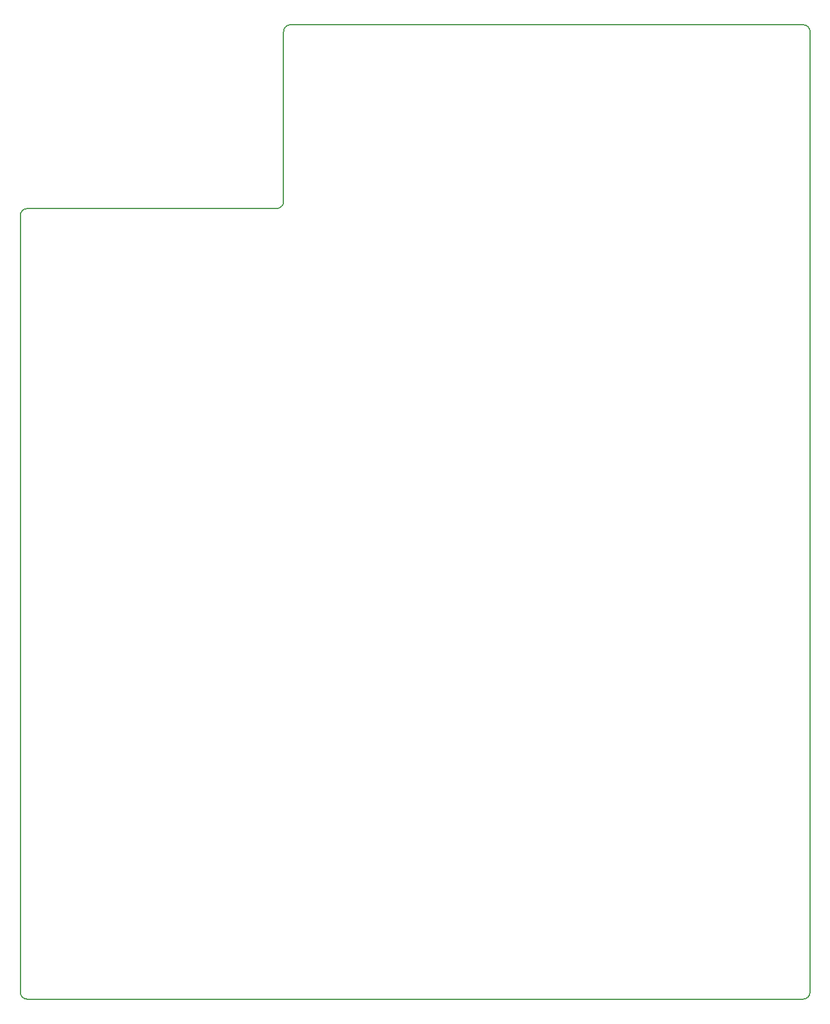
<source format=gm1>
G04 #@! TF.GenerationSoftware,KiCad,Pcbnew,(5.0.0)*
G04 #@! TF.CreationDate,2018-09-01T09:01:24+09:00*
G04 #@! TF.ProjectId,pillcase36,70696C6C6361736533362E6B69636164,rev?*
G04 #@! TF.SameCoordinates,Original*
G04 #@! TF.FileFunction,Profile,NP*
%FSLAX46Y46*%
G04 Gerber Fmt 4.6, Leading zero omitted, Abs format (unit mm)*
G04 Created by KiCad (PCBNEW (5.0.0)) date 09/01/18 09:01:24*
%MOMM*%
%LPD*%
G01*
G04 APERTURE LIST*
%ADD10C,0.150000*%
G04 APERTURE END LIST*
D10*
X85500000Y-39000000D02*
X159500000Y-39000000D01*
X63500000Y-65500000D02*
X83500000Y-65500000D01*
X47500000Y-179500000D02*
G75*
G02X46500000Y-178500000I0J1000000D01*
G01*
X46500000Y-66500000D02*
G75*
G02X47500000Y-65500000I1000000J0D01*
G01*
X63500000Y-65500000D02*
X47500000Y-65500000D01*
X84500000Y-64500000D02*
G75*
G02X83500000Y-65500000I-1000000J0D01*
G01*
X84500000Y-40000000D02*
G75*
G02X85500000Y-39000000I1000000J0D01*
G01*
X159500000Y-39000000D02*
G75*
G02X160500000Y-40000000I0J-1000000D01*
G01*
X160500000Y-178500000D02*
G75*
G02X159500000Y-179500000I-1000000J0D01*
G01*
X47500000Y-179500000D02*
X159500000Y-179500000D01*
X160500000Y-40000000D02*
X160500000Y-178500000D01*
X84500000Y-64500000D02*
X84500000Y-40000000D01*
X46500000Y-178500000D02*
X46500000Y-66500000D01*
M02*

</source>
